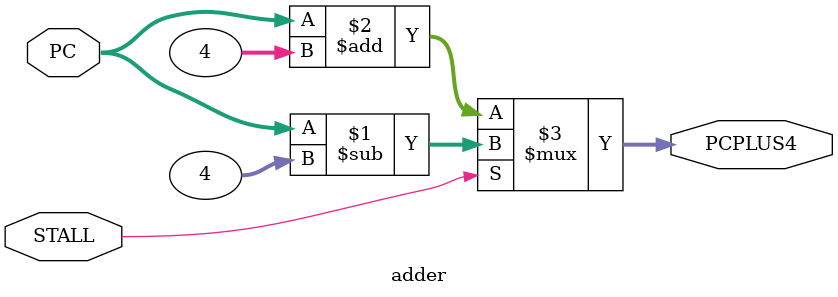
<source format=v>
module adder(
    input [31:0] PC,
    input STALL,
    output [31:0] PCPLUS4
);

    assign #1 PCPLUS4 = (STALL) ? PC - 4 : PC + 4;

endmodule

</source>
